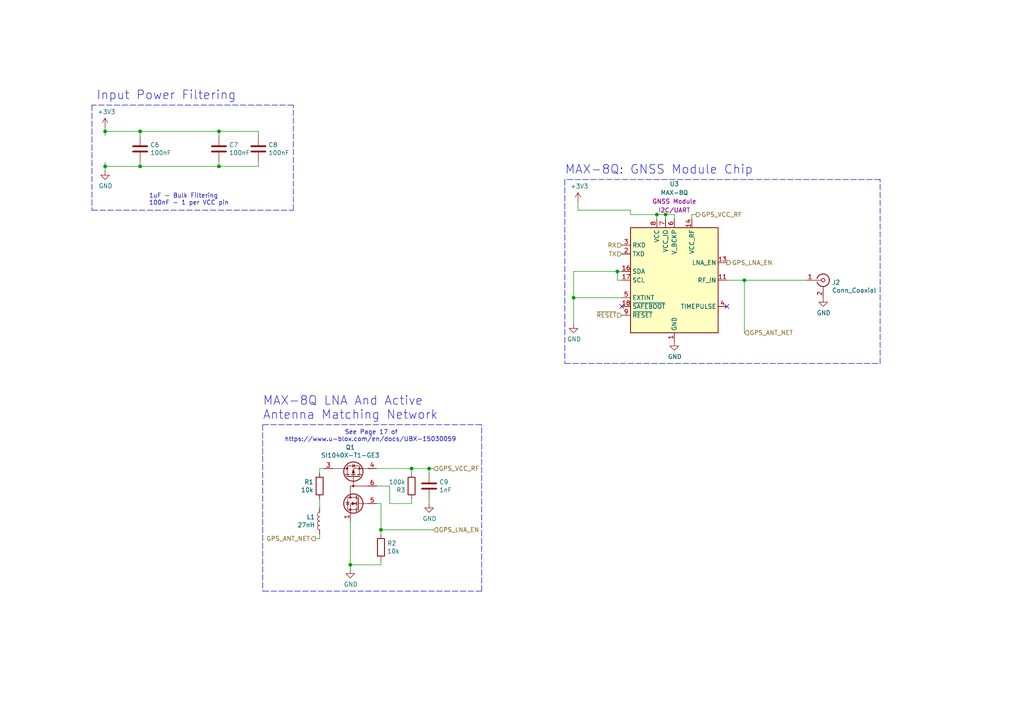
<source format=kicad_sch>
(kicad_sch (version 20211123) (generator eeschema)
  (paper "A4")
  (title_block (title "MAX-8Q GNSS Module") (date "2021-12-06") (rev "v1.0.4") (company "Missouri S&T Rocket Design Team '21 (Thomas Francois)") (comment 1 "https://github.com/MSTRocketDesignTeam/Avionics-Data-Collection-PCB") (comment 2 "Intended as initial pre-production design") (comment 3 "Schematic depicting logical connections between components"))
  (lib_symbols
    (symbol "Data_Collection_KiCAD_Project-rescue:+3.3V-power-Data_Collection_KiCAD_Project-rescue" (power) (pin_names (offset 0))
      (property "Value" "Data_Collection_KiCAD_Project-rescue_+3.3V-power-Data_Collection_KiCAD_Project-rescue" (at 0 3.556 0))
      (symbol "+3.3V-power-Data_Collection_KiCAD_Project-rescue_0_1"
        (polyline (pts (xy -0.762 1.27) (xy 0 2.54)))
        (polyline (pts (xy 0 0) (xy 0 2.54)))
        (polyline (pts (xy 0 2.54) (xy 0.762 1.27)))
      )
      (symbol "+3.3V-power-Data_Collection_KiCAD_Project-rescue_1_1"
        (pin power_in line (at 0 0 90) (length 0) hide (name "+3V3") (number "1"))
      )
    )
    (symbol "Data_Collection_KiCAD_Project-rescue:C-Device-Data_Collection_KiCAD_Project-rescue" (pin_numbers hide) (pin_names (offset 0.254))
      (property "Reference" "C" (at 0.635 2.54 0))
      (property "Value" "Data_Collection_KiCAD_Project-rescue_C-Device-Data_Collection_KiCAD_Project-rescue" (at 0.635 -2.54 0))
      (symbol "C-Device-Data_Collection_KiCAD_Project-rescue_0_1"
        (polyline (pts (xy -2.032 -0.762) (xy 2.032 -0.762)) (stroke (width 0.508)))
        (polyline (pts (xy -2.032 0.762) (xy 2.032 0.762)) (stroke (width 0.508)))
      )
      (symbol "C-Device-Data_Collection_KiCAD_Project-rescue_1_1"
        (pin passive line (at 0 3.81 270) (length 2.794) (name "~") (number "1"))
        (pin passive line (at 0 -3.81 90) (length 2.794) (name "~") (number "2"))
      )
    )
    (symbol "Data_Collection_KiCAD_Project-rescue:Conn_Coaxial-Connector-Data_Collection_KiCAD_Project-rescue" (pin_names (offset 1.016) hide)
      (property "Reference" "J" (at 0.254 3.048 0))
      (property "Value" "Data_Collection_KiCAD_Project-rescue_Conn_Coaxial-Connector-Data_Collection_KiCAD_Project-rescue" (at 2.921 0 90))
      (symbol "Conn_Coaxial-Connector-Data_Collection_KiCAD_Project-rescue_0_1"
        (arc (start -1.778 -0.508) (mid 0.222 -1.808) (end 1.778 0) (stroke (width 0.254)))
        (polyline (pts (xy -2.54 0) (xy -0.508 0)))
        (polyline (pts (xy 0 -2.54) (xy 0 -1.778)))
        (circle (center 0 0) (radius 0.508) (stroke (width 0.2032)))
        (arc (start 1.778 0) (mid 0.222 1.8083) (end -1.778 0.508) (stroke (width 0.254)))
      )
      (symbol "Conn_Coaxial-Connector-Data_Collection_KiCAD_Project-rescue_1_1"
        (pin passive line (at -5.08 0 0) (length 2.54) (name "In") (number "1"))
        (pin passive line (at 0 -5.08 90) (length 2.54) (name "Ext") (number "2"))
      )
    )
    (symbol "Data_Collection_KiCAD_Project-rescue:GND-power-Data_Collection_KiCAD_Project-rescue" (power) (pin_names (offset 0))
      (property "Value" "Data_Collection_KiCAD_Project-rescue_GND-power-Data_Collection_KiCAD_Project-rescue" (at 0 -3.81 0))
      (symbol "GND-power-Data_Collection_KiCAD_Project-rescue_0_1"
        (polyline (pts (xy 0 0) (xy 0 -1.27) (xy 1.27 -1.27) (xy 0 -2.54) (xy -1.27 -1.27) (xy 0 -1.27)))
      )
      (symbol "GND-power-Data_Collection_KiCAD_Project-rescue_1_1"
        (pin power_in line (at 0 0 270) (length 0) hide (name "GND") (number "1"))
      )
    )
    (symbol "Data_Collection_KiCAD_Project-rescue:L-Device-Data_Collection_KiCAD_Project-rescue" (pin_numbers hide) (pin_names (offset 1.016) hide)
      (property "Reference" "L" (at -1.27 0 90))
      (property "Value" "Data_Collection_KiCAD_Project-rescue_L-Device-Data_Collection_KiCAD_Project-rescue" (at 1.905 0 90))
      (symbol "L-Device-Data_Collection_KiCAD_Project-rescue_0_1"
        (arc (start 0 -2.54) (mid 0.635 -1.905) (end 0 -1.27))
        (arc (start 0 -1.27) (mid 0.635 -0.635) (end 0 0))
        (arc (start 0 0) (mid 0.635 0.635) (end 0 1.27))
        (arc (start 0 1.27) (mid 0.635 1.905) (end 0 2.54))
      )
      (symbol "L-Device-Data_Collection_KiCAD_Project-rescue_1_1"
        (pin passive line (at 0 3.81 270) (length 1.27) (name "1") (number "1"))
        (pin passive line (at 0 -3.81 90) (length 1.27) (name "2") (number "2"))
      )
    )
    (symbol "Data_Collection_KiCAD_Project-rescue:MAX-8Q-RF_GPS-Data_Collection_KiCAD_Project-rescue"
      (property "Reference" "U" (at -10.16 16.51 0))
      (property "Value" "Data_Collection_KiCAD_Project-rescue_MAX-8Q-RF_GPS-Data_Collection_KiCAD_Project-rescue" (at 11.43 16.51 0))
      (symbol "MAX-8Q-RF_GPS-Data_Collection_KiCAD_Project-rescue_0_1"
        (rectangle (start 12.7 15.24) (end -12.7 -15.24) (stroke (width 0.254)) (fill (type background)))
      )
      (symbol "MAX-8Q-RF_GPS-Data_Collection_KiCAD_Project-rescue_1_1"
        (pin power_in line (at 0 -17.78 90) (length 2.54) (name "GND") (number "1"))
        (pin passive line (at 0 -17.78 90) (length 2.54) hide (name "GND") (number "10"))
        (pin input line (at 15.24 0 180) (length 2.54) (name "RF_IN") (number "11"))
        (pin passive line (at 0 -17.78 90) (length 2.54) hide (name "GND") (number "12"))
        (pin output line (at 15.24 5.08 180) (length 2.54) (name "LNA_EN") (number "13"))
        (pin power_out line (at 5.08 17.78 270) (length 2.54) (name "VCC_RF") (number "14"))
        (pin no_connect line (at 12.7 -5.08 180) (length 2.54) hide (name "Reserved") (number "15"))
        (pin bidirectional line (at -15.24 2.54 0) (length 2.54) (name "SDA") (number "16"))
        (pin input line (at -15.24 0 0) (length 2.54) (name "SCL") (number "17"))
        (pin input line (at -15.24 -7.62 0) (length 2.54) (name "~{SAFEBOOT}") (number "18"))
        (pin output line (at -15.24 7.62 0) (length 2.54) (name "TXD") (number "2"))
        (pin input line (at -15.24 10.16 0) (length 2.54) (name "RXD") (number "3"))
        (pin output line (at 15.24 -7.62 180) (length 2.54) (name "TIMEPULSE") (number "4"))
        (pin input line (at -15.24 -5.08 0) (length 2.54) (name "EXTINT") (number "5"))
        (pin power_in line (at 0 17.78 270) (length 2.54) (name "V_BCKP") (number "6"))
        (pin power_in line (at -2.54 17.78 270) (length 2.54) (name "VCC_IO") (number "7"))
        (pin power_in line (at -5.08 17.78 270) (length 2.54) (name "VCC") (number "8"))
        (pin input line (at -15.24 -10.16 0) (length 2.54) (name "~{RESET}") (number "9"))
      )
    )
    (symbol "Data_Collection_KiCAD_Project-rescue:R-Device-Data_Collection_KiCAD_Project-rescue" (pin_numbers hide) (pin_names (offset 0))
      (property "Reference" "R" (at 2.032 0 90))
      (property "Value" "Data_Collection_KiCAD_Project-rescue_R-Device-Data_Collection_KiCAD_Project-rescue" (at 0 0 90))
      (symbol "R-Device-Data_Collection_KiCAD_Project-rescue_0_1"
        (rectangle (start -1.016 -2.54) (end 1.016 2.54) (stroke (width 0.254)))
      )
      (symbol "R-Device-Data_Collection_KiCAD_Project-rescue_1_1"
        (pin passive line (at 0 3.81 270) (length 1.27) (name "~") (number "1"))
        (pin passive line (at 0 -3.81 90) (length 1.27) (name "~") (number "2"))
      )
    )
    (symbol "Transistor_FET:FDC6330L" (pin_names hide)
      (property "Reference" "Q" (at 3.175 -1.27 0))
      (property "Value" "FDC6330L" (at 3.175 -3.81 0))
      (symbol "FDC6330L_0_1"
        (circle (center -0.889 -2.54) (radius 2.794) (stroke (width 0.254)))
        (circle (center 0 -4.318) (radius 0.254) (fill (type outline)))
        (circle (center 0 -0.762) (radius 0.254) (fill (type outline)))
        (polyline (pts (xy -2.286 -2.54) (xy -5.08 -2.54)))
        (polyline (pts (xy -2.286 -0.635) (xy -2.286 -4.445)) (stroke (width 0.254)))
        (polyline (pts (xy -1.778 -3.81) (xy -1.778 -4.826)) (stroke (width 0.254)))
        (polyline (pts (xy -1.778 -2.032) (xy -1.778 -3.048)) (stroke (width 0.254)))
        (polyline (pts (xy -1.778 -0.254) (xy -1.778 -1.27)) (stroke (width 0.254)))
        (polyline (pts (xy 0 0) (xy 0 -0.762)))
        (polyline (pts (xy 5.08 7.62) (xy 1.651 7.62)))
        (polyline (pts (xy -5.08 2.54) (xy 0 2.54) (xy 0 0)))
        (polyline (pts (xy 0 -5.08) (xy 0 -2.54) (xy -1.778 -2.54)))
        (polyline (pts (xy -1.778 -4.318) (xy 0.762 -4.318) (xy 0.762 -0.762) (xy -1.778 -0.762)))
      )
      (symbol "FDC6330L_1_1"
        (circle (center -2.667 7.62) (radius 0.254) (fill (type outline)))
        (circle (center -0.889 2.54) (radius 0.254) (fill (type outline)))
        (circle (center -0.889 6.731) (radius 2.794) (stroke (width 0.254)))
        (polyline (pts (xy -3.175 7.62) (xy -5.969 7.62)))
        (polyline (pts (xy -2.159 5.842) (xy -3.175 5.842)) (stroke (width 0.254)))
        (polyline (pts (xy -0.889 5.334) (xy -0.889 2.54)))
        (polyline (pts (xy -0.381 5.842) (xy -1.397 5.842)) (stroke (width 0.254)))
        (polyline (pts (xy 1.016 5.334) (xy -2.794 5.334)) (stroke (width 0.254)))
        (polyline (pts (xy 1.397 5.842) (xy 0.381 5.842)) (stroke (width 0.254)))
        (polyline (pts (xy 1.651 7.62) (xy 0.889 7.62)))
        (polyline (pts (xy -3.429 7.62) (xy -0.889 7.62) (xy -0.889 5.842)))
        (polyline (pts (xy -2.667 5.842) (xy -2.667 8.382) (xy 0.889 8.382) (xy 0.889 5.842)))
        (polyline (pts (xy -1.524 -2.54) (xy -0.508 -2.159) (xy -0.508 -2.921) (xy -1.524 -2.54)) (fill (type outline)))
        (polyline (pts (xy -1.397 7.874) (xy -1.27 8.001) (xy -1.27 8.763) (xy -1.143 8.89)))
        (polyline (pts (xy -1.27 8.382) (xy -0.635 8.001) (xy -0.635 8.763) (xy -1.27 8.382)))
        (polyline (pts (xy -0.889 7.366) (xy -0.508 6.35) (xy -1.27 6.35) (xy -0.889 7.366)) (fill (type outline)))
        (polyline (pts (xy 0.254 -2.032) (xy 0.381 -2.159) (xy 1.143 -2.159) (xy 1.27 -2.286)))
        (polyline (pts (xy 0.762 -2.159) (xy 0.381 -2.794) (xy 1.143 -2.794) (xy 0.762 -2.159)))
        (circle (center 0.889 7.62) (radius 0.254) (fill (type outline)))
        (pin passive line (at 0 -7.62 90) (length 2.54) (name "S1") (number "1"))
        (pin passive line (at 7.62 7.62 180) (length 2.54) hide (name "D2") (number "2"))
        (pin passive line (at 7.62 7.62 180) (length 2.54) (name "D2") (number "3"))
        (pin passive line (at -7.62 7.62 0) (length 2.54) (name "S2") (number "4"))
        (pin passive line (at -7.62 -2.54 0) (length 2.54) (name "G1") (number "5"))
        (pin passive line (at -7.62 2.54 0) (length 2.54) (name "D1") (number "6"))
      )
    )
  )
  (junction (at 40.64 48.26))
  (junction (at 193.04 62.23))
  (junction (at 30.48 38.1))
  (junction (at 166.37 86.36))
  (junction (at 101.6 163.83))
  (junction (at 63.5 48.26))
  (junction (at 40.64 38.1))
  (junction (at 30.48 48.26))
  (junction (at 63.5 38.1))
  (junction (at 119.38 135.89))
  (junction (at 179.07 78.74))
  (junction (at 110.49 153.67))
  (junction (at 190.5 62.23))
  (junction (at 215.9 81.28))
  (junction (at 124.46 135.89))
  (no_connect (at 210.82 88.9))
  (no_connect (at 180.34 88.9))
  (wire (pts (xy 124.46 137.16) (xy 124.46 135.89)))
  (wire (pts (xy 74.93 38.1) (xy 63.5 38.1)))
  (wire (pts (xy 40.64 48.26) (xy 63.5 48.26)))
  (wire (pts (xy 124.46 135.89) (xy 125.73 135.89)))
  (wire (pts (xy 193.04 63.5) (xy 193.04 62.23)))
  (wire (pts (xy 195.58 63.5) (xy 195.58 62.23)))
  (polyline (pts (xy 76.2 123.19) (xy 139.7 123.19)))
  (wire (pts (xy 74.93 39.37) (xy 74.93 38.1)))
  (wire (pts (xy 200.66 62.23) (xy 200.66 63.5)))
  (polyline (pts (xy 163.83 105.41) (xy 255.27 105.41)))
  (wire (pts (xy 101.6 163.83) (xy 110.49 163.83)))
  (wire (pts (xy 119.38 146.05) (xy 113.03 146.05)))
  (polyline (pts (xy 26.67 30.48) (xy 26.67 60.96)))
  (wire (pts (xy 30.48 46.99) (xy 30.48 48.26)))
  (wire (pts (xy 92.71 135.89) (xy 92.71 137.16)))
  (wire (pts (xy 210.82 81.28) (xy 215.9 81.28)))
  (wire (pts (xy 180.34 81.28) (xy 179.07 81.28)))
  (polyline (pts (xy 139.7 171.45) (xy 139.7 123.19)))
  (wire (pts (xy 215.9 81.28) (xy 215.9 96.52)))
  (wire (pts (xy 110.49 146.05) (xy 109.22 146.05)))
  (wire (pts (xy 113.03 140.97) (xy 109.22 140.97)))
  (wire (pts (xy 166.37 86.36) (xy 180.34 86.36)))
  (wire (pts (xy 30.48 38.1) (xy 30.48 39.37)))
  (polyline (pts (xy 255.27 52.07) (xy 163.83 52.07)))
  (wire (pts (xy 124.46 135.89) (xy 119.38 135.89)))
  (polyline (pts (xy 163.83 52.07) (xy 163.83 105.41)))
  (wire (pts (xy 215.9 81.28) (xy 233.68 81.28)))
  (wire (pts (xy 166.37 86.36) (xy 166.37 78.74)))
  (wire (pts (xy 92.71 154.94) (xy 92.71 156.21)))
  (wire (pts (xy 30.48 48.26) (xy 40.64 48.26)))
  (wire (pts (xy 182.88 62.23) (xy 190.5 62.23)))
  (wire (pts (xy 92.71 147.32) (xy 92.71 144.78)))
  (wire (pts (xy 40.64 46.99) (xy 40.64 48.26)))
  (wire (pts (xy 110.49 154.94) (xy 110.49 153.67)))
  (polyline (pts (xy 85.09 60.96) (xy 85.09 30.48)))
  (wire (pts (xy 40.64 38.1) (xy 30.48 38.1)))
  (wire (pts (xy 190.5 62.23) (xy 193.04 62.23)))
  (wire (pts (xy 201.93 62.23) (xy 200.66 62.23)))
  (wire (pts (xy 63.5 48.26) (xy 63.5 46.99)))
  (wire (pts (xy 113.03 146.05) (xy 113.03 140.97)))
  (polyline (pts (xy 26.67 60.96) (xy 85.09 60.96)))
  (polyline (pts (xy 255.27 105.41) (xy 255.27 52.07)))
  (wire (pts (xy 110.49 163.83) (xy 110.49 162.56)))
  (wire (pts (xy 166.37 78.74) (xy 179.07 78.74)))
  (wire (pts (xy 30.48 36.83) (xy 30.48 38.1)))
  (wire (pts (xy 166.37 93.98) (xy 166.37 86.36)))
  (wire (pts (xy 167.64 60.96) (xy 182.88 60.96)))
  (wire (pts (xy 101.6 151.13) (xy 101.6 163.83)))
  (wire (pts (xy 167.64 60.96) (xy 167.64 58.42)))
  (polyline (pts (xy 76.2 123.19) (xy 76.2 171.45)))
  (wire (pts (xy 40.64 39.37) (xy 40.64 38.1)))
  (wire (pts (xy 30.48 48.26) (xy 30.48 49.53)))
  (wire (pts (xy 92.71 156.21) (xy 91.44 156.21)))
  (wire (pts (xy 179.07 81.28) (xy 179.07 78.74)))
  (wire (pts (xy 74.93 48.26) (xy 74.93 46.99)))
  (wire (pts (xy 180.34 78.74) (xy 179.07 78.74)))
  (wire (pts (xy 101.6 163.83) (xy 101.6 165.1)))
  (wire (pts (xy 40.64 38.1) (xy 63.5 38.1)))
  (polyline (pts (xy 139.7 171.45) (xy 76.2 171.45)))
  (wire (pts (xy 110.49 153.67) (xy 110.49 146.05)))
  (wire (pts (xy 63.5 48.26) (xy 74.93 48.26)))
  (polyline (pts (xy 85.09 30.48) (xy 26.67 30.48)))
  (wire (pts (xy 124.46 146.05) (xy 124.46 144.78)))
  (wire (pts (xy 182.88 60.96) (xy 182.88 62.23)))
  (wire (pts (xy 110.49 153.67) (xy 125.73 153.67)))
  (wire (pts (xy 119.38 137.16) (xy 119.38 135.89)))
  (wire (pts (xy 193.04 62.23) (xy 195.58 62.23)))
  (wire (pts (xy 190.5 63.5) (xy 190.5 62.23)))
  (wire (pts (xy 93.98 135.89) (xy 92.71 135.89)))
  (wire (pts (xy 119.38 144.78) (xy 119.38 146.05)))
  (wire (pts (xy 119.38 135.89) (xy 109.22 135.89)))
  (wire (pts (xy 63.5 39.37) (xy 63.5 38.1)))
  (text "MAX-8Q: GNSS Module Chip" (at 218.44 50.8 180) (effects (font (size 2.54 2.54)) (justify right bottom)))
  (text "MAX-8Q LNA And Active\nAntenna Matching Network" (at 76.2 121.92 0) (effects (font (size 2.54 2.54)) (justify left bottom)))
  (text "                  See Page 17 of \nhttps://www.u-blox.com/en/docs/UBX-15030059" (at 82.55 128.27 0) (effects (font (size 1.27 1.27)) (justify left bottom)))
  (text "Input Power Filtering" (at 27.94 29.21 0) (effects (font (size 2.54 2.54)) (justify left bottom)))
  (text "1uF - Bulk Filtering\n100nF - 1 per VCC pin" (at 43.18 59.69 0) (effects (font (size 1.27 1.27)) (justify left bottom)))
  (hierarchical_label "RX" (shape input) (at 180.34 71.12 180))
  (hierarchical_label "GPS_LNA_EN" (shape input) (at 125.73 153.67 0))
  (hierarchical_label "GPS_ANT_NET" (shape input) (at 215.9 96.52 0))
  (hierarchical_label "GPS_VCC_RF" (shape input) (at 125.73 135.89 0))
  (hierarchical_label "GPS_LNA_EN" (shape output) (at 210.82 76.2 0))
  (hierarchical_label "GPS_VCC_RF" (shape output) (at 201.93 62.23 0))
  (hierarchical_label "~{RESET}" (shape input) (at 180.34 91.44 180))
  (hierarchical_label "GPS_ANT_NET" (shape output) (at 91.44 156.21 180))
  (hierarchical_label "TX" (shape input) (at 180.34 73.66 180))
  (symbol (lib_id "Data_Collection_KiCAD_Project-rescue:L-Device-Data_Collection_KiCAD_Project-rescue") (at 92.71 151.13 0) (mirror y) (unit 1)
    (property "Reference" "L1" (at 91.3638 149.9616 0) (effects (justify left)))
    (property "Value" "27nH" (at 91.3638 152.273 0) (effects (justify left)))
    (property "Footprint" "Capacitor_SMD:C_0603_1608Metric_Pad1.08x0.95mm_HandSolder" (effects hide))
    (property "Digikey" "https://www.digikey.com/en/products/detail/murata-electronics/LQG15HS27NJ02D/662877" (effects hide))
    (property "Field5" "LQG15HS27NJ02" (effects hide))
  )
  (symbol (lib_id "Data_Collection_KiCAD_Project-rescue:GND-power-Data_Collection_KiCAD_Project-rescue") (at 101.6 165.1 0) (unit 1)
    (property "Reference" "#PWR023" (effects hide))
    (property "Value" "GND" (at 101.727 169.4942 0))
  )
  (symbol (lib_id "Data_Collection_KiCAD_Project-rescue:C-Device-Data_Collection_KiCAD_Project-rescue") (at 124.46 140.97 0) (unit 1)
    (property "Reference" "C9" (at 127.381 139.8016 0) (effects (justify left)))
    (property "Value" "1nF" (at 127.381 142.113 0) (effects (justify left)))
    (property "Footprint" "Capacitor_SMD:C_0603_1608Metric_Pad1.08x0.95mm_HandSolder" (effects hide))
  )
  (symbol (lib_id "Data_Collection_KiCAD_Project-rescue:R-Device-Data_Collection_KiCAD_Project-rescue") (at 119.38 140.97 180) (unit 1)
    (property "Reference" "R3" (at 117.602 142.1384 0) (effects (justify left)))
    (property "Value" "100k" (at 117.602 139.827 0) (effects (justify left)))
    (property "Footprint" "Resistor_SMD:R_0603_1608Metric_Pad0.98x0.95mm_HandSolder" (effects hide))
  )
  (symbol (lib_id "Data_Collection_KiCAD_Project-rescue:R-Device-Data_Collection_KiCAD_Project-rescue") (at 110.49 158.75 0) (unit 1)
    (property "Reference" "R2" (at 112.268 157.5816 0) (effects (justify left)))
    (property "Value" "10k" (at 112.268 159.893 0) (effects (justify left)))
    (property "Footprint" "Resistor_SMD:R_0603_1608Metric_Pad0.98x0.95mm_HandSolder" (effects hide))
  )
  (symbol (lib_id "Transistor_FET:FDC6330L") (at 101.6 143.51 0) (mirror y) (unit 1)
    (property "Reference" "Q1" (at 101.6 129.7432 0))
    (property "Value" "SI1040X-T1-GE3" (at 101.6 132.0546 0))
    (property "Footprint" "Package_TO_SOT_SMD:SOT-563" (effects hide))
    (property "Datasheet" "https://www.onsemi.com/pub/Collateral/FDC6330L-D.PDF" (effects hide))
  )
  (symbol (lib_id "Data_Collection_KiCAD_Project-rescue:GND-power-Data_Collection_KiCAD_Project-rescue") (at 124.46 146.05 0) (unit 1)
    (property "Reference" "#PWR024" (effects hide))
    (property "Value" "GND" (at 124.587 150.4442 0))
  )
  (symbol (lib_id "Data_Collection_KiCAD_Project-rescue:R-Device-Data_Collection_KiCAD_Project-rescue") (at 92.71 140.97 0) (mirror y) (unit 1)
    (property "Reference" "R1" (at 90.932 139.8016 0) (effects (justify left)))
    (property "Value" "10k" (at 90.932 142.113 0) (effects (justify left)))
    (property "Footprint" "Resistor_SMD:R_0603_1608Metric_Pad0.98x0.95mm_HandSolder" (effects hide))
  )
  (symbol (lib_id "Data_Collection_KiCAD_Project-rescue:+3.3V-power-Data_Collection_KiCAD_Project-rescue") (at 167.64 58.42 0) (unit 1)
    (property "Reference" "#PWR026" (effects hide))
    (property "Value" "+3.3V" (at 168.021 54.0258 0))
  )
  (symbol (lib_id "Data_Collection_KiCAD_Project-rescue:GND-power-Data_Collection_KiCAD_Project-rescue") (at 195.58 99.06 0) (unit 1)
    (property "Reference" "#PWR027" (effects hide))
    (property "Value" "GND" (at 195.707 103.4542 0))
  )
  (symbol (lib_id "Data_Collection_KiCAD_Project-rescue:Conn_Coaxial-Connector-Data_Collection_KiCAD_Project-rescue") (at 238.76 81.28 0) (unit 1)
    (property "Reference" "J2" (at 241.3 81.915 0) (effects (justify left)))
    (property "Value" "Conn_Coaxial" (at 241.3 84.2264 0) (effects (justify left)))
    (property "Footprint" "Connector_Coaxial:SMA_Amphenol_132134-11_Vertical" (effects hide))
    (property "Datasheet" " ~" (effects hide))
  )
  (symbol (lib_id "Data_Collection_KiCAD_Project-rescue:MAX-8Q-RF_GPS-Data_Collection_KiCAD_Project-rescue") (at 195.58 81.28 0) (unit 1)
    (property "Reference" "U3" (at 195.58 53.34 0))
    (property "Value" "MAX-8Q" (at 195.58 55.88 0))
    (property "Footprint" "RF_GPS:ublox_MAX" (effects hide))
    (property "Datasheet" "https://www.u-blox.com/sites/default/files/MAX-8_DataSheet_%28UBX-16000093%29.pdf" (effects hide))
    (property "Description" "GNSS Module" (at 195.58 58.42 0))
    (property "Serial Type" "I2C/UART" (at 195.58 60.96 0))
  )
  (symbol (lib_id "Data_Collection_KiCAD_Project-rescue:GND-power-Data_Collection_KiCAD_Project-rescue") (at 30.48 49.53 0) (unit 1)
    (property "Reference" "#PWR022" (effects hide))
    (property "Value" "GND" (at 30.607 53.9242 0))
  )
  (symbol (lib_id "Data_Collection_KiCAD_Project-rescue:+3.3V-power-Data_Collection_KiCAD_Project-rescue") (at 30.48 36.83 0) (unit 1)
    (property "Reference" "#PWR021" (effects hide))
    (property "Value" "+3.3V" (at 30.861 32.4358 0))
  )
  (symbol (lib_id "Data_Collection_KiCAD_Project-rescue:C-Device-Data_Collection_KiCAD_Project-rescue") (at 40.64 43.18 0) (unit 1)
    (property "Reference" "C6" (at 43.561 42.0116 0) (effects (justify left)))
    (property "Value" "100nF" (at 43.561 44.323 0) (effects (justify left)))
    (property "Footprint" "Capacitor_SMD:C_0603_1608Metric_Pad1.08x0.95mm_HandSolder" (effects hide))
  )
  (symbol (lib_id "Data_Collection_KiCAD_Project-rescue:C-Device-Data_Collection_KiCAD_Project-rescue") (at 63.5 43.18 0) (unit 1)
    (property "Reference" "C7" (at 66.421 42.0116 0) (effects (justify left)))
    (property "Value" "100nF" (at 66.421 44.323 0) (effects (justify left)))
    (property "Footprint" "Capacitor_SMD:C_0603_1608Metric_Pad1.08x0.95mm_HandSolder" (effects hide))
  )
  (symbol (lib_id "Data_Collection_KiCAD_Project-rescue:C-Device-Data_Collection_KiCAD_Project-rescue") (at 74.93 43.18 0) (unit 1)
    (property "Reference" "C8" (at 77.851 42.0116 0) (effects (justify left)))
    (property "Value" "100nF" (at 77.851 44.323 0) (effects (justify left)))
    (property "Footprint" "Capacitor_SMD:C_0603_1608Metric_Pad1.08x0.95mm_HandSolder" (effects hide))
  )
  (symbol (lib_id "Data_Collection_KiCAD_Project-rescue:GND-power-Data_Collection_KiCAD_Project-rescue") (at 238.76 86.36 0) (unit 1)
    (property "Reference" "#PWR028" (effects hide))
    (property "Value" "GND" (at 238.887 90.7542 0))
  )
  (symbol (lib_id "Data_Collection_KiCAD_Project-rescue:GND-power-Data_Collection_KiCAD_Project-rescue") (at 166.37 93.98 0) (unit 1)
    (property "Reference" "#PWR025" (effects hide))
    (property "Value" "GND" (at 166.497 98.3742 0))
  )
)
</source>
